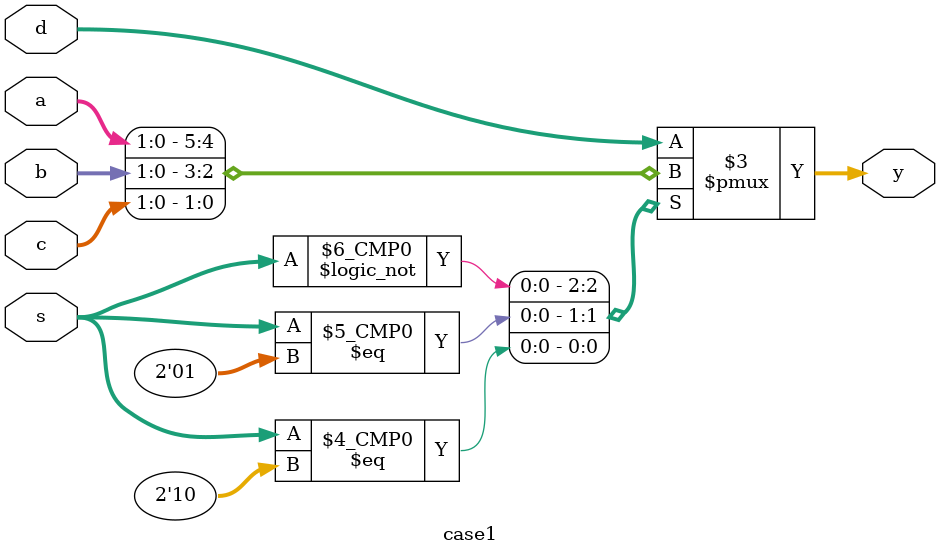
<source format=v>
module case1(a,b,c,d,s,y);

input [1:0]a;
input [1:0]b;
input [1:0]c;
input [1:0]d;
input [1:0]s;

output reg [1:0]y;

    always @(a,b,c,d,s)
       begin
		 
		 case(s)
		 2'b00: y =a;
		 2'b01: y =b;
		 2'b10: y =c;
		 
	    default: y =d;
endcase 
end
endmodule


</source>
